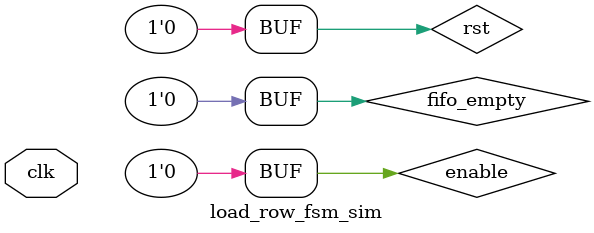
<source format=sv>
`timescale 1ns / 1ps

`default_nettype none

module load_row_fsm_sim(
    input wire clk
    );
    
    logic rst;
    logic enable;
    logic done;
    
    logic fifo_empty;
    logic fifo_rd_en;
    
    logic[9:0] blk_ram_addr;
    logic blk_ram_we;
    
    load_row_fsm row_loader( 
        .clk(clk),
        .rst(rst),
        .enable(enable),
        .done(done),       
        .fifo_empty(fifo_empty),
        .fifo_rd_en(fifo_rd_en),
        
        .blk_ram_addr(blk_ram_addr),
        .blk_ram_we(blk_ram_we)
    );
    
    initial begin
        #1000
        enable = 0;
        fifo_empty = 0;
        rst = 1;
        #10
        rst = 0;
        
        #10
        enable = 1;
        #10
        enable = 0;
        
        
    end
    
endmodule

</source>
